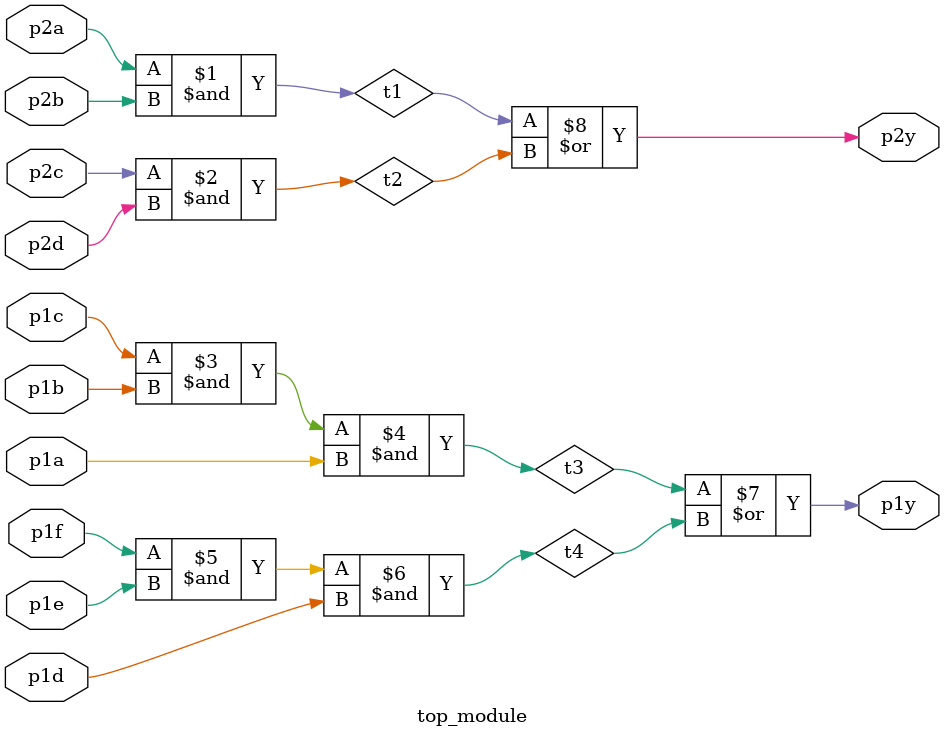
<source format=v>
module top_module(output p2y,p1y, input p1a,p1b,p1c,p1d,p1e,p1f,p2a,p2b,p2c,p2d);
  wire t1,t2,t3,t4;
  assign t1=p2a & p2b;
  assign t2=p2c & p2d;
  assign t3=p1c & p1b & p1a;
  assign t4=p1f & p1e & p1d;

  assign p1y=t3|t4;
  assign p2y=t1|t2;
  
endmodule

</source>
